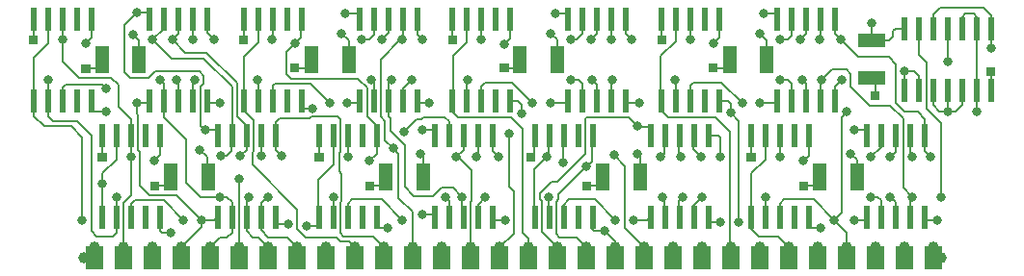
<source format=gbr>
%FSLAX34Y34*%
%MOMM*%
%LNCOPPER_TOP*%
G71*
G01*
%ADD10R,0.600X2.000*%
%ADD11R,1.600X2.000*%
%ADD12C,1.000*%
%ADD13C,0.800*%
%ADD14C,0.200*%
%ADD15R,1.200X2.400*%
%ADD16R,2.400X1.200*%
%ADD17C,0.150*%
%LPD*%
X793353Y906072D02*
G54D10*
D03*
X806053Y906072D02*
G54D10*
D03*
X818753Y906072D02*
G54D10*
D03*
X831453Y906072D02*
G54D10*
D03*
X844153Y906072D02*
G54D10*
D03*
X856853Y906072D02*
G54D10*
D03*
X869553Y906072D02*
G54D10*
D03*
X869553Y960834D02*
G54D10*
D03*
X856853Y960834D02*
G54D10*
D03*
X844153Y960834D02*
G54D10*
D03*
X831453Y960834D02*
G54D10*
D03*
X818753Y960834D02*
G54D10*
D03*
X806053Y960834D02*
G54D10*
D03*
X793353Y960834D02*
G54D10*
D03*
X658416Y794775D02*
G54D10*
D03*
X671116Y794775D02*
G54D10*
D03*
X683816Y794775D02*
G54D10*
D03*
X696516Y794775D02*
G54D10*
D03*
X709216Y794775D02*
G54D10*
D03*
X760016Y794775D02*
G54D10*
D03*
X772716Y794775D02*
G54D10*
D03*
X785416Y794775D02*
G54D10*
D03*
X798116Y794775D02*
G54D10*
D03*
X810816Y794775D02*
G54D10*
D03*
X810816Y866775D02*
G54D10*
D03*
X798116Y866775D02*
G54D10*
D03*
X785416Y866775D02*
G54D10*
D03*
X772716Y866775D02*
G54D10*
D03*
X760016Y866775D02*
G54D10*
D03*
X709216Y866775D02*
G54D10*
D03*
X696516Y866775D02*
G54D10*
D03*
X683816Y866775D02*
G54D10*
D03*
X671116Y866775D02*
G54D10*
D03*
X658416Y866775D02*
G54D10*
D03*
X468709Y794775D02*
G54D10*
D03*
X481409Y794775D02*
G54D10*
D03*
X494109Y794775D02*
G54D10*
D03*
X506809Y794775D02*
G54D10*
D03*
X519509Y794775D02*
G54D10*
D03*
X570309Y794775D02*
G54D10*
D03*
X583009Y794775D02*
G54D10*
D03*
X595709Y794775D02*
G54D10*
D03*
X608409Y794775D02*
G54D10*
D03*
X621109Y794775D02*
G54D10*
D03*
X621109Y866775D02*
G54D10*
D03*
X608409Y866775D02*
G54D10*
D03*
X595709Y866775D02*
G54D10*
D03*
X583009Y866775D02*
G54D10*
D03*
X570309Y866775D02*
G54D10*
D03*
X519509Y866775D02*
G54D10*
D03*
X506809Y866775D02*
G54D10*
D03*
X494109Y866775D02*
G54D10*
D03*
X481409Y866775D02*
G54D10*
D03*
X468709Y866775D02*
G54D10*
D03*
X279003Y794775D02*
G54D10*
D03*
X291703Y794775D02*
G54D10*
D03*
X304403Y794775D02*
G54D10*
D03*
X317103Y794775D02*
G54D10*
D03*
X329803Y794775D02*
G54D10*
D03*
X380603Y794775D02*
G54D10*
D03*
X393303Y794775D02*
G54D10*
D03*
X406003Y794775D02*
G54D10*
D03*
X418703Y794775D02*
G54D10*
D03*
X431403Y794775D02*
G54D10*
D03*
X431403Y866775D02*
G54D10*
D03*
X418703Y866775D02*
G54D10*
D03*
X406003Y866775D02*
G54D10*
D03*
X393303Y866775D02*
G54D10*
D03*
X380603Y866775D02*
G54D10*
D03*
X329803Y866775D02*
G54D10*
D03*
X317103Y866775D02*
G54D10*
D03*
X304403Y866775D02*
G54D10*
D03*
X291703Y866775D02*
G54D10*
D03*
X279003Y866775D02*
G54D10*
D03*
X88503Y794775D02*
G54D10*
D03*
X101203Y794775D02*
G54D10*
D03*
X113903Y794775D02*
G54D10*
D03*
X126603Y794775D02*
G54D10*
D03*
X139303Y794775D02*
G54D10*
D03*
X190103Y794775D02*
G54D10*
D03*
X202803Y794775D02*
G54D10*
D03*
X215503Y794775D02*
G54D10*
D03*
X228203Y794775D02*
G54D10*
D03*
X240903Y794775D02*
G54D10*
D03*
X240903Y866775D02*
G54D10*
D03*
X228203Y866775D02*
G54D10*
D03*
X215503Y866775D02*
G54D10*
D03*
X202803Y866775D02*
G54D10*
D03*
X190103Y866775D02*
G54D10*
D03*
X139303Y866775D02*
G54D10*
D03*
X126603Y866775D02*
G54D10*
D03*
X113903Y866775D02*
G54D10*
D03*
X101203Y866775D02*
G54D10*
D03*
X88503Y866775D02*
G54D10*
D03*
X28972Y896772D02*
G54D10*
D03*
X41672Y896772D02*
G54D10*
D03*
X54372Y896772D02*
G54D10*
D03*
X67072Y896772D02*
G54D10*
D03*
X79772Y896772D02*
G54D10*
D03*
X130572Y896772D02*
G54D10*
D03*
X143272Y896772D02*
G54D10*
D03*
X155972Y896772D02*
G54D10*
D03*
X168672Y896772D02*
G54D10*
D03*
X181372Y896772D02*
G54D10*
D03*
X181372Y968772D02*
G54D10*
D03*
X168672Y968772D02*
G54D10*
D03*
X155972Y968772D02*
G54D10*
D03*
X143272Y968772D02*
G54D10*
D03*
X130572Y968772D02*
G54D10*
D03*
X79772Y968772D02*
G54D10*
D03*
X67072Y968772D02*
G54D10*
D03*
X54372Y968772D02*
G54D10*
D03*
X41672Y968772D02*
G54D10*
D03*
X28972Y968772D02*
G54D10*
D03*
X213122Y896772D02*
G54D10*
D03*
X225822Y896772D02*
G54D10*
D03*
X238522Y896772D02*
G54D10*
D03*
X251222Y896772D02*
G54D10*
D03*
X263922Y896772D02*
G54D10*
D03*
X314722Y896772D02*
G54D10*
D03*
X327422Y896772D02*
G54D10*
D03*
X340122Y896772D02*
G54D10*
D03*
X352822Y896772D02*
G54D10*
D03*
X365522Y896772D02*
G54D10*
D03*
X365522Y968772D02*
G54D10*
D03*
X352822Y968772D02*
G54D10*
D03*
X340122Y968772D02*
G54D10*
D03*
X327422Y968772D02*
G54D10*
D03*
X314722Y968772D02*
G54D10*
D03*
X263922Y968772D02*
G54D10*
D03*
X251222Y968772D02*
G54D10*
D03*
X238522Y968772D02*
G54D10*
D03*
X225822Y968772D02*
G54D10*
D03*
X213122Y968772D02*
G54D10*
D03*
X396081Y897169D02*
G54D10*
D03*
X408781Y897169D02*
G54D10*
D03*
X421481Y897169D02*
G54D10*
D03*
X434181Y897169D02*
G54D10*
D03*
X446881Y897169D02*
G54D10*
D03*
X497681Y897169D02*
G54D10*
D03*
X510381Y897169D02*
G54D10*
D03*
X523081Y897169D02*
G54D10*
D03*
X535781Y897169D02*
G54D10*
D03*
X548481Y897169D02*
G54D10*
D03*
X548481Y969169D02*
G54D10*
D03*
X535781Y969169D02*
G54D10*
D03*
X523081Y969169D02*
G54D10*
D03*
X510381Y969169D02*
G54D10*
D03*
X497681Y969169D02*
G54D10*
D03*
X446881Y969169D02*
G54D10*
D03*
X434181Y969169D02*
G54D10*
D03*
X421481Y969169D02*
G54D10*
D03*
X408781Y969169D02*
G54D10*
D03*
X396081Y969169D02*
G54D10*
D03*
X580231Y897169D02*
G54D10*
D03*
X592931Y897169D02*
G54D10*
D03*
X605631Y897169D02*
G54D10*
D03*
X618331Y897169D02*
G54D10*
D03*
X631031Y897169D02*
G54D10*
D03*
X681831Y897169D02*
G54D10*
D03*
X694531Y897169D02*
G54D10*
D03*
X707231Y897169D02*
G54D10*
D03*
X719931Y897169D02*
G54D10*
D03*
X732631Y897169D02*
G54D10*
D03*
X732631Y969169D02*
G54D10*
D03*
X719931Y969169D02*
G54D10*
D03*
X707231Y969169D02*
G54D10*
D03*
X694531Y969169D02*
G54D10*
D03*
X681831Y969169D02*
G54D10*
D03*
X631031Y969169D02*
G54D10*
D03*
X618331Y969169D02*
G54D10*
D03*
X605631Y969169D02*
G54D10*
D03*
X592931Y969169D02*
G54D10*
D03*
X580231Y969169D02*
G54D10*
D03*
X107553Y758825D02*
G54D11*
D03*
X107553Y768350D02*
G54D12*
D03*
X82153Y758825D02*
G54D11*
D03*
X82153Y768350D02*
G54D12*
D03*
X132953Y758825D02*
G54D11*
D03*
X132953Y768350D02*
G54D12*
D03*
X158353Y758825D02*
G54D11*
D03*
X158353Y768350D02*
G54D12*
D03*
X183753Y758825D02*
G54D11*
D03*
X183753Y768350D02*
G54D12*
D03*
X209153Y758825D02*
G54D11*
D03*
X209153Y768350D02*
G54D12*
D03*
X234553Y758825D02*
G54D11*
D03*
X234553Y768350D02*
G54D12*
D03*
X259953Y758825D02*
G54D11*
D03*
X259953Y768350D02*
G54D12*
D03*
X310753Y758825D02*
G54D11*
D03*
X310753Y768350D02*
G54D12*
D03*
X285353Y758825D02*
G54D11*
D03*
X285353Y768350D02*
G54D12*
D03*
X336153Y758825D02*
G54D11*
D03*
X336153Y768350D02*
G54D12*
D03*
X361553Y758825D02*
G54D11*
D03*
X361553Y768350D02*
G54D12*
D03*
X386953Y758825D02*
G54D11*
D03*
X386953Y768350D02*
G54D12*
D03*
X412353Y758825D02*
G54D11*
D03*
X412353Y768350D02*
G54D12*
D03*
X437753Y758825D02*
G54D11*
D03*
X437753Y768350D02*
G54D12*
D03*
X463153Y758825D02*
G54D11*
D03*
X463153Y768350D02*
G54D12*
D03*
X488553Y758825D02*
G54D11*
D03*
X488553Y768350D02*
G54D12*
D03*
X513953Y758825D02*
G54D11*
D03*
X513953Y768350D02*
G54D12*
D03*
X539353Y758825D02*
G54D11*
D03*
X539353Y768350D02*
G54D12*
D03*
X564753Y758825D02*
G54D11*
D03*
X564753Y768350D02*
G54D12*
D03*
X590153Y758825D02*
G54D11*
D03*
X590153Y768350D02*
G54D12*
D03*
X615553Y758825D02*
G54D11*
D03*
X615553Y768350D02*
G54D12*
D03*
X640953Y758825D02*
G54D11*
D03*
X640953Y768350D02*
G54D12*
D03*
X691753Y758825D02*
G54D11*
D03*
X691753Y768350D02*
G54D12*
D03*
X666353Y758825D02*
G54D11*
D03*
X666353Y768350D02*
G54D12*
D03*
X717153Y758825D02*
G54D11*
D03*
X717153Y768350D02*
G54D12*
D03*
X742553Y758825D02*
G54D11*
D03*
X742553Y768350D02*
G54D12*
D03*
X767953Y758825D02*
G54D11*
D03*
X767953Y768350D02*
G54D12*
D03*
X793353Y758825D02*
G54D11*
D03*
X793353Y768350D02*
G54D12*
D03*
X818753Y758825D02*
G54D11*
D03*
X818753Y768350D02*
G54D12*
D03*
X72628Y758825D02*
G54D12*
D03*
X825103Y758825D02*
G54D12*
D03*
X310753Y768350D02*
G54D12*
D03*
X285353Y768350D02*
G54D12*
D03*
X336153Y768350D02*
G54D12*
D03*
X361553Y768350D02*
G54D12*
D03*
X386953Y768350D02*
G54D12*
D03*
X412353Y768350D02*
G54D12*
D03*
X437753Y768350D02*
G54D12*
D03*
X463153Y768350D02*
G54D12*
D03*
X488553Y768350D02*
G54D12*
D03*
X513953Y768350D02*
G54D12*
D03*
X539353Y768350D02*
G54D12*
D03*
X564753Y768350D02*
G54D12*
D03*
X590153Y768350D02*
G54D12*
D03*
X615553Y768350D02*
G54D12*
D03*
X640953Y768350D02*
G54D12*
D03*
X691753Y768350D02*
G54D12*
D03*
X666353Y768350D02*
G54D12*
D03*
X717153Y768350D02*
G54D12*
D03*
X742553Y768350D02*
G54D12*
D03*
X767953Y768350D02*
G54D12*
D03*
X793353Y768350D02*
G54D12*
D03*
X818753Y768350D02*
G54D12*
D03*
X825103Y758825D02*
G54D12*
D03*
X53975Y950912D02*
G54D13*
D03*
G36*
X24575Y954912D02*
X32575Y954912D01*
X32575Y946912D01*
X24575Y946912D01*
X24575Y954912D01*
G37*
X41275Y915988D02*
G54D13*
D03*
X74612Y947738D02*
G54D13*
D03*
G36*
X70612Y929512D02*
X78612Y929512D01*
X78612Y921512D01*
X70612Y921512D01*
X70612Y929512D01*
G37*
X92075Y908050D02*
G54D13*
D03*
X92075Y887412D02*
G54D13*
D03*
X119062Y974725D02*
G54D13*
D03*
X115887Y955675D02*
G54D13*
D03*
X133350Y950912D02*
G54D13*
D03*
X150812Y950912D02*
G54D13*
D03*
X168275Y950912D02*
G54D13*
D03*
X187325Y950912D02*
G54D13*
D03*
X169862Y915988D02*
G54D13*
D03*
X153988Y915988D02*
G54D13*
D03*
X139700Y915988D02*
G54D13*
D03*
X119062Y895350D02*
G54D13*
D03*
X179388Y871538D02*
G54D13*
D03*
X174625Y854075D02*
G54D13*
D03*
X134938Y844550D02*
G54D13*
D03*
X114300Y847725D02*
G54D13*
D03*
G36*
X84900Y851725D02*
X92900Y851725D01*
X92900Y843725D01*
X84900Y843725D01*
X84900Y851725D01*
G37*
X88900Y823912D02*
G54D13*
D03*
X101600Y812800D02*
G54D13*
D03*
G36*
X130937Y826325D02*
X138937Y826325D01*
X138937Y818325D01*
X130937Y818325D01*
X130937Y826325D01*
G37*
X149225Y781050D02*
G54D13*
D03*
X160338Y792162D02*
G54D13*
D03*
X176212Y792162D02*
G54D13*
D03*
X192088Y812800D02*
G54D13*
D03*
X217488Y812800D02*
G54D13*
D03*
X234950Y812800D02*
G54D13*
D03*
X209153Y828675D02*
G54D13*
D03*
X192881Y848519D02*
G54D13*
D03*
X210344Y848519D02*
G54D13*
D03*
X228600Y848519D02*
G54D13*
D03*
X246062Y848519D02*
G54D13*
D03*
X225425Y915988D02*
G54D13*
D03*
X273844Y890588D02*
G54D13*
D03*
X288925Y895350D02*
G54D13*
D03*
X304006Y895350D02*
G54D13*
D03*
G36*
X208725Y954912D02*
X216725Y954912D01*
X216725Y946912D01*
X208725Y946912D01*
X208725Y954912D01*
G37*
X238125Y950912D02*
G54D13*
D03*
X257969Y947738D02*
G54D13*
D03*
G36*
X253969Y930306D02*
X261969Y930306D01*
X261969Y922306D01*
X253969Y922306D01*
X253969Y930306D01*
G37*
X302419Y973931D02*
G54D13*
D03*
X299244Y956469D02*
G54D13*
D03*
X316706Y950912D02*
G54D13*
D03*
X334169Y950912D02*
G54D13*
D03*
X352425Y950912D02*
G54D13*
D03*
X369888Y950912D02*
G54D13*
D03*
G36*
X392875Y954912D02*
X400875Y954912D01*
X400875Y946912D01*
X392875Y946912D01*
X392875Y954912D01*
G37*
X421481Y950912D02*
G54D13*
D03*
X442119Y946944D02*
G54D13*
D03*
G36*
X438119Y930306D02*
X446119Y930306D01*
X446119Y922306D01*
X438119Y922306D01*
X438119Y930306D01*
G37*
X500062Y950912D02*
G54D13*
D03*
X518319Y950912D02*
G54D13*
D03*
X535781Y950912D02*
G54D13*
D03*
X554038Y950912D02*
G54D13*
D03*
X486569Y973931D02*
G54D13*
D03*
X482600Y956469D02*
G54D13*
D03*
G36*
X576231Y954912D02*
X584231Y954912D01*
X584231Y946912D01*
X576231Y946912D01*
X576231Y954912D01*
G37*
X605631Y950912D02*
G54D13*
D03*
X625475Y947738D02*
G54D13*
D03*
G36*
X621475Y930306D02*
X629475Y930306D01*
X629475Y922306D01*
X621475Y922306D01*
X621475Y930306D01*
G37*
X684212Y950912D02*
G54D13*
D03*
X701675Y950912D02*
G54D13*
D03*
X719138Y950912D02*
G54D13*
D03*
X737394Y950912D02*
G54D13*
D03*
X669925Y973931D02*
G54D13*
D03*
X665956Y956469D02*
G54D13*
D03*
X764381Y965994D02*
G54D13*
D03*
G36*
X763556Y905700D02*
X771556Y905700D01*
X771556Y897700D01*
X763556Y897700D01*
X763556Y905700D01*
G37*
X831056Y931862D02*
G54D13*
D03*
X831850Y888206D02*
G54D13*
D03*
X856456Y888206D02*
G54D13*
D03*
X869156Y943769D02*
G54D13*
D03*
G36*
X865156Y927131D02*
X873156Y927131D01*
X873156Y919131D01*
X865156Y919131D01*
X865156Y927131D01*
G37*
X792956Y923131D02*
G54D13*
D03*
X738187Y915987D02*
G54D13*
D03*
X720725Y915988D02*
G54D13*
D03*
X703262Y915988D02*
G54D13*
D03*
X684212Y915988D02*
G54D13*
D03*
X592138Y915988D02*
G54D13*
D03*
X536575Y915988D02*
G54D13*
D03*
X519112Y915988D02*
G54D13*
D03*
X500062Y915988D02*
G54D13*
D03*
X409575Y915988D02*
G54D13*
D03*
X360362Y915988D02*
G54D13*
D03*
X342900Y915988D02*
G54D13*
D03*
X325438Y915988D02*
G54D13*
D03*
X666750Y895350D02*
G54D13*
D03*
X650875Y895350D02*
G54D13*
D03*
X482600Y895350D02*
G54D13*
D03*
X466725Y895350D02*
G54D13*
D03*
X457200Y885825D02*
G54D13*
D03*
X640556Y886619D02*
G54D13*
D03*
X742950Y887412D02*
G54D13*
D03*
X558800Y874712D02*
G54D13*
D03*
X579438Y847725D02*
G54D13*
D03*
X596900Y847725D02*
G54D13*
D03*
X614362Y847725D02*
G54D13*
D03*
X479425Y847725D02*
G54D13*
D03*
G36*
X461137Y851725D02*
X469137Y851725D01*
X469137Y843725D01*
X461137Y843725D01*
X461137Y851725D01*
G37*
X493712Y842962D02*
G54D13*
D03*
X538162Y849312D02*
G54D13*
D03*
X558800Y850900D02*
G54D13*
D03*
X514350Y839788D02*
G54D13*
D03*
G36*
X510350Y826325D02*
X518350Y826325D01*
X518350Y818325D01*
X510350Y818325D01*
X510350Y826325D01*
G37*
X631825Y847725D02*
G54D13*
D03*
G36*
X654812Y851725D02*
X662812Y851725D01*
X662812Y843725D01*
X654812Y843725D01*
X654812Y851725D01*
G37*
X684212Y847725D02*
G54D13*
D03*
X763588Y847725D02*
G54D13*
D03*
X781050Y847725D02*
G54D13*
D03*
X800100Y847725D02*
G54D13*
D03*
X815975Y847725D02*
G54D13*
D03*
X800100Y812800D02*
G54D13*
D03*
X781050Y812800D02*
G54D13*
D03*
X763588Y812800D02*
G54D13*
D03*
X749300Y871538D02*
G54D13*
D03*
X746125Y850900D02*
G54D13*
D03*
X704850Y844550D02*
G54D13*
D03*
G36*
X700850Y826325D02*
X708850Y826325D01*
X708850Y818325D01*
X700850Y818325D01*
X700850Y826325D01*
G37*
X825500Y812800D02*
G54D13*
D03*
X822325Y792162D02*
G54D13*
D03*
X749300Y792162D02*
G54D13*
D03*
X731838Y792162D02*
G54D13*
D03*
X719931Y785019D02*
G54D13*
D03*
X671512Y812800D02*
G54D13*
D03*
X647700Y790575D02*
G54D13*
D03*
X631825Y790575D02*
G54D13*
D03*
X615950Y812800D02*
G54D13*
D03*
X598488Y812800D02*
G54D13*
D03*
X581025Y812800D02*
G54D13*
D03*
X481012Y812800D02*
G54D13*
D03*
X555625Y792162D02*
G54D13*
D03*
X539750Y792162D02*
G54D13*
D03*
X530225Y782638D02*
G54D13*
D03*
X446088Y868362D02*
G54D13*
D03*
X442912Y792162D02*
G54D13*
D03*
X425450Y812800D02*
G54D13*
D03*
X404812Y812800D02*
G54D13*
D03*
X390525Y812800D02*
G54D13*
D03*
X292100Y812800D02*
G54D13*
D03*
G36*
X275400Y851725D02*
X283400Y851725D01*
X283400Y843725D01*
X275400Y843725D01*
X275400Y851725D01*
G37*
X304800Y847725D02*
G54D13*
D03*
X323850Y844550D02*
G54D13*
D03*
G36*
X319850Y826325D02*
X327850Y826325D01*
X327850Y818325D01*
X319850Y818325D01*
X319850Y826325D01*
G37*
X344488Y855662D02*
G54D13*
D03*
X354012Y869950D02*
G54D13*
D03*
X369888Y871538D02*
G54D13*
D03*
X368300Y850900D02*
G54D13*
D03*
X339725Y785019D02*
G54D13*
D03*
X352425Y792162D02*
G54D13*
D03*
X369888Y796925D02*
G54D13*
D03*
X400050Y847725D02*
G54D13*
D03*
X417512Y847725D02*
G54D13*
D03*
X436562Y847725D02*
G54D13*
D03*
X376237Y895350D02*
G54D13*
D03*
X192087Y895350D02*
G54D13*
D03*
X252412Y788988D02*
G54D13*
D03*
X268288Y787400D02*
G54D13*
D03*
X560387Y895350D02*
G54D13*
D03*
X71438Y792162D02*
G54D13*
D03*
G54D14*
X28575Y950912D02*
X28575Y968375D01*
X28972Y968772D01*
G54D14*
X53975Y950912D02*
X53975Y968375D01*
X54372Y968772D01*
G54D14*
X79772Y968772D02*
X79772Y952897D01*
X74612Y947738D01*
X88900Y933450D02*
G54D15*
D03*
X121444Y933450D02*
G54D15*
D03*
X273050Y933450D02*
G54D15*
D03*
X305594Y933450D02*
G54D15*
D03*
X455612Y933450D02*
G54D15*
D03*
X488156Y933450D02*
G54D15*
D03*
X639762Y933450D02*
G54D15*
D03*
X672306Y933450D02*
G54D15*
D03*
X719138Y830262D02*
G54D15*
D03*
X751681Y830262D02*
G54D15*
D03*
X528638Y830262D02*
G54D15*
D03*
X561181Y830262D02*
G54D15*
D03*
X338138Y830262D02*
G54D15*
D03*
X370681Y830262D02*
G54D15*
D03*
X149225Y830262D02*
G54D15*
D03*
X181769Y830262D02*
G54D15*
D03*
X764381Y950119D02*
G54D16*
D03*
X764381Y917575D02*
G54D16*
D03*
G54D14*
X88900Y847725D02*
X88900Y866378D01*
X88503Y866775D01*
G54D14*
X41672Y968772D02*
X41672Y948134D01*
X28575Y935038D01*
X28575Y897169D01*
X28972Y896772D01*
X28972Y883841D01*
X38100Y874712D01*
X61912Y874712D01*
X71438Y865188D01*
X71438Y792162D01*
G54D14*
X41275Y915988D02*
X41275Y897169D01*
X41672Y896772D01*
X41672Y883841D01*
X46038Y879475D01*
X66675Y879475D01*
X79375Y866775D01*
X79375Y782638D01*
X84138Y777875D01*
X98425Y777875D01*
X101600Y781050D01*
X101600Y794378D01*
X101203Y794775D01*
G54D14*
X149225Y781050D02*
X141288Y781050D01*
X139700Y782638D01*
X139700Y794378D01*
X139303Y794775D01*
G54D14*
X101600Y812800D02*
X101600Y795172D01*
X101203Y794775D01*
G54D14*
X101203Y866775D02*
X101203Y845741D01*
X88900Y833438D01*
X88900Y823912D01*
X88900Y795172D01*
X88503Y794775D01*
G54D14*
X160338Y792162D02*
X142875Y809625D01*
X117475Y809625D01*
X114300Y806450D01*
X114300Y795172D01*
X113903Y794775D01*
G54D14*
X107553Y768350D02*
X107553Y807641D01*
X114300Y814388D01*
X114300Y847725D01*
X114300Y866378D01*
X113903Y866775D01*
X113903Y881459D01*
X103188Y892175D01*
X103188Y911225D01*
X96838Y917575D01*
X68262Y917575D01*
X53975Y931862D01*
X53975Y950912D01*
G54D14*
X134938Y844550D02*
X139700Y849312D01*
X139700Y866378D01*
X139303Y866775D01*
G54D14*
X174625Y854075D02*
X180975Y847725D01*
X180975Y831056D01*
X181769Y830262D01*
G54D14*
X119062Y895350D02*
X129150Y895350D01*
X130572Y896772D01*
G54D14*
X119062Y895350D02*
X119062Y885825D01*
X120650Y884238D01*
X120650Y854075D01*
X122238Y852488D01*
X122238Y822325D01*
X130175Y814388D01*
X153988Y814388D01*
X176212Y792162D01*
X187491Y792162D01*
X190103Y794775D01*
G54D14*
X176212Y792162D02*
X176212Y786209D01*
X158353Y768350D01*
G54D14*
X209153Y768350D02*
X209153Y828675D01*
G54D14*
X139700Y915988D02*
X143272Y912416D01*
X143272Y896772D01*
X143272Y882650D01*
X162322Y863600D01*
X162322Y825500D01*
X175022Y812800D01*
X192088Y812800D01*
X198438Y812800D01*
X202803Y808434D01*
X202803Y794775D01*
X202803Y781447D01*
X198041Y776684D01*
X192088Y776684D01*
X183753Y768350D01*
G54D14*
X217488Y812800D02*
X217488Y810022D01*
X215503Y808038D01*
X215503Y794775D01*
X215503Y782638D01*
X221059Y777081D01*
X225822Y777081D01*
X234553Y768350D01*
G54D14*
X234950Y812800D02*
X233759Y812800D01*
X228600Y807641D01*
X228600Y795172D01*
X228203Y794775D01*
X228203Y783431D01*
X234553Y777081D01*
X251222Y777081D01*
X259953Y768350D01*
G54D14*
X252412Y788988D02*
X240903Y788988D01*
X240903Y794775D01*
G54D14*
X228600Y848519D02*
X228600Y866378D01*
X228203Y866775D01*
G54D14*
X192881Y848519D02*
X198041Y848519D01*
X202406Y852884D01*
X202406Y866378D01*
X202803Y866775D01*
X202803Y909638D01*
X178197Y934244D01*
X150019Y934244D01*
X133350Y950912D01*
X142875Y960438D01*
X142875Y968375D01*
X143272Y968772D01*
G54D14*
X155972Y968772D02*
X155972Y956072D01*
X150812Y950912D01*
G54D14*
X150812Y950912D02*
X161925Y939800D01*
X180181Y939800D01*
X207169Y912812D01*
X207169Y883841D01*
X215503Y875506D01*
X215503Y866775D01*
X215503Y853678D01*
X210344Y848519D01*
G54D14*
X121444Y933450D02*
X121444Y950119D01*
X115888Y955675D01*
G54D14*
X119062Y974725D02*
X130572Y974725D01*
X130572Y968772D01*
G54D14*
X119062Y974725D02*
X108347Y964009D01*
X108347Y922338D01*
X113506Y917178D01*
X129381Y917178D01*
X135334Y923131D01*
X174625Y923131D01*
X178197Y919559D01*
X178197Y912416D01*
X175419Y909638D01*
X175419Y875506D01*
X179388Y871538D01*
G54D14*
X155972Y896772D02*
X155972Y914003D01*
X153988Y915988D01*
G54D14*
X168672Y896772D02*
X168672Y914797D01*
X169862Y915988D01*
G54D14*
X54372Y896772D02*
X54372Y909241D01*
X56753Y911622D01*
X88503Y911622D01*
X92075Y908050D01*
G54D14*
X92075Y887412D02*
X79772Y887412D01*
X79772Y896772D01*
G54D14*
X181372Y968772D02*
X181372Y956866D01*
X187325Y950912D01*
G54D14*
X168672Y968772D02*
X168672Y951309D01*
X168275Y950912D01*
G54D14*
X213122Y968772D02*
X213122Y951309D01*
X212725Y950912D01*
G54D14*
X238522Y968772D02*
X238522Y951309D01*
X238125Y950912D01*
G54D14*
X225822Y968772D02*
X225822Y948928D01*
X213122Y936228D01*
X213122Y896772D01*
X213122Y889000D01*
X221853Y880269D01*
X221853Y852884D01*
X220662Y851694D01*
X220662Y840978D01*
X260350Y801291D01*
X260350Y784622D01*
X267891Y777081D01*
X294481Y777081D01*
X298450Y773112D01*
X305991Y773112D01*
X310753Y768350D01*
G54D14*
X279003Y866775D02*
X279003Y848122D01*
X279400Y847725D01*
G54D14*
X304403Y866775D02*
X304403Y848122D01*
X304800Y847725D01*
G54D14*
X329803Y866775D02*
X329803Y850503D01*
X323850Y844550D01*
G54D14*
X225822Y896772D02*
X225822Y915591D01*
X225425Y915988D01*
G54D14*
X327422Y896772D02*
X327422Y914003D01*
X325438Y915988D01*
G54D14*
X340122Y896772D02*
X340122Y913209D01*
X342900Y915988D01*
G54D14*
X304006Y895350D02*
X313300Y895350D01*
X314722Y896772D01*
G54D14*
X273844Y890588D02*
X264716Y890588D01*
X264716Y895978D01*
X263922Y896772D01*
G54D14*
X238522Y896772D02*
X238522Y910431D01*
X240506Y912416D01*
X271859Y912416D01*
X288925Y895350D01*
G54D14*
X257969Y926306D02*
X272256Y926306D01*
X272256Y932656D01*
X273050Y933450D01*
G54D14*
X305594Y933450D02*
X305594Y950119D01*
X299244Y956469D01*
G54D14*
X327422Y968772D02*
X327422Y955278D01*
X323056Y950912D01*
X316706Y950912D01*
G54D14*
X340122Y968772D02*
X340122Y956866D01*
X334169Y950912D01*
G54D14*
X352822Y968772D02*
X352822Y951309D01*
X352425Y950912D01*
X350838Y950912D01*
X333375Y933450D01*
X333375Y883444D01*
X337344Y879475D01*
X337344Y862806D01*
X344488Y855662D01*
G54D14*
X329803Y866775D02*
X329803Y875109D01*
X321469Y883444D01*
X321469Y908844D01*
X313531Y916781D01*
X254794Y916781D01*
X250825Y920750D01*
X250825Y940594D01*
X257969Y947738D01*
X263525Y953294D01*
X263525Y968375D01*
X263922Y968772D01*
G54D14*
X365522Y968772D02*
X365522Y955278D01*
X369888Y950912D01*
G54D14*
X302419Y973931D02*
X314325Y973931D01*
X314325Y969169D01*
X314722Y968772D01*
G54D14*
X352822Y896772D02*
X352822Y908447D01*
X360362Y915988D01*
G54D14*
X376238Y895350D02*
X366944Y895350D01*
X365522Y896772D01*
G54D14*
X340122Y896772D02*
X340122Y883841D01*
X342106Y881856D01*
X342106Y870744D01*
X354806Y858044D01*
X354806Y821531D01*
X362744Y813594D01*
X379412Y813594D01*
X386556Y820738D01*
X396875Y820738D01*
X404812Y812800D01*
X404812Y795966D01*
X406003Y794775D01*
G54D14*
X393303Y794775D02*
X393303Y810022D01*
X390525Y812800D01*
G54D14*
X418703Y794775D02*
X418703Y806053D01*
X425450Y812800D01*
G54D14*
X418703Y866775D02*
X418703Y848916D01*
X417512Y847725D01*
G54D14*
X431403Y866775D02*
X431403Y852884D01*
X436562Y847725D01*
G54D14*
X406003Y866775D02*
X406003Y853678D01*
X400050Y847725D01*
X401638Y847725D01*
X413544Y835819D01*
X413544Y808831D01*
X412750Y808038D01*
X412750Y768747D01*
X412353Y768350D01*
G54D14*
X369888Y796925D02*
X378453Y796925D01*
X380603Y794775D01*
G54D14*
X339725Y785019D02*
X330200Y785019D01*
X330200Y794378D01*
X329803Y794775D01*
G54D14*
X304403Y794775D02*
X304403Y806847D01*
X307975Y810419D01*
X334169Y810419D01*
X352425Y792162D01*
G54D14*
X291703Y794775D02*
X291703Y812403D01*
X292100Y812800D01*
G54D14*
X291703Y866775D02*
X291703Y840978D01*
X278606Y827881D01*
X278606Y795172D01*
X279003Y794775D01*
G54D14*
X240903Y866775D02*
X240903Y853678D01*
X246062Y848519D01*
G54D14*
X240903Y866775D02*
X240903Y878284D01*
X244475Y881856D01*
X270669Y881856D01*
X272256Y883444D01*
X295275Y883444D01*
X297656Y881062D01*
X297656Y852488D01*
X296862Y851694D01*
X296862Y835025D01*
X299244Y832644D01*
X299244Y808831D01*
X297656Y807244D01*
X297656Y781050D01*
X300831Y777875D01*
X326628Y777875D01*
X336153Y768350D01*
G54D14*
X344488Y855662D02*
X349250Y850900D01*
X349250Y812006D01*
X361156Y800100D01*
X361156Y768747D01*
X361553Y768350D01*
G54D14*
X370681Y830262D02*
X370681Y848519D01*
X368300Y850900D01*
G54D14*
X369888Y871538D02*
X381000Y871538D01*
X381000Y867172D01*
X380603Y866775D01*
G54D14*
X393303Y866775D02*
X393303Y879078D01*
X389731Y882650D01*
X370681Y882650D01*
X369094Y881062D01*
X365125Y881062D01*
X354012Y869950D01*
G54D14*
X446088Y868362D02*
X446088Y821531D01*
X450056Y817562D01*
X450056Y780653D01*
X437753Y768350D01*
G54D14*
X442912Y792162D02*
X434016Y792162D01*
X431403Y794775D01*
G54D14*
X447278Y896772D02*
X454191Y896772D01*
X457200Y893762D01*
X457200Y885825D01*
G54D14*
X482600Y895350D02*
X496656Y895350D01*
X498078Y896772D01*
G54D14*
X523478Y896772D02*
X523478Y911622D01*
X519112Y915988D01*
G54D14*
X536178Y896772D02*
X536178Y915591D01*
X536575Y915988D01*
G54D14*
X421878Y896772D02*
X421878Y910034D01*
X425450Y913606D01*
X448469Y913606D01*
X466725Y895350D01*
G54D14*
X409178Y896772D02*
X409178Y915591D01*
X409575Y915988D01*
G54D14*
X396478Y968772D02*
X396478Y951309D01*
X396875Y950912D01*
G54D14*
X421878Y968772D02*
X421878Y951309D01*
X421481Y950912D01*
G54D14*
X447278Y968772D02*
X447278Y952103D01*
X442119Y946944D01*
G54D14*
X442119Y926306D02*
X455612Y926306D01*
X455612Y933450D01*
G54D14*
X488156Y933450D02*
X488156Y950912D01*
X482600Y956469D01*
G54D14*
X409178Y968772D02*
X409178Y948928D01*
X396875Y936625D01*
X396875Y897169D01*
X396478Y896772D01*
X396478Y887809D01*
X401638Y882650D01*
X447675Y882650D01*
X457200Y873125D01*
G54D14*
X467916Y866775D02*
X467916Y850503D01*
X465138Y847725D01*
G54D14*
X480616Y866775D02*
X480616Y848916D01*
X479425Y847725D01*
X468312Y836612D01*
X468312Y795172D01*
X467916Y794775D01*
G54D14*
X480616Y794775D02*
X480616Y812403D01*
X481012Y812800D01*
G54D14*
X493316Y866775D02*
X493316Y843359D01*
X493712Y842962D01*
G54D14*
X518716Y866775D02*
X518716Y844153D01*
X514350Y839788D01*
X489744Y815181D01*
X489744Y810419D01*
X487362Y808038D01*
X487362Y780256D01*
X490538Y777081D01*
X505222Y777081D01*
X513953Y768350D01*
G54D14*
X518716Y794775D02*
X518716Y784622D01*
X520700Y782638D01*
X530225Y782638D01*
G54D14*
X493316Y794775D02*
X493316Y805259D01*
X498475Y810419D01*
X521494Y810419D01*
X539750Y792162D01*
G54D14*
X539353Y768350D02*
X539353Y773509D01*
X530225Y782638D01*
G54D14*
X488553Y768350D02*
X488156Y768350D01*
X474662Y781844D01*
X474662Y809028D01*
X472916Y810775D01*
X472916Y815816D01*
X483394Y826294D01*
X488156Y826294D01*
X512762Y850900D01*
X512762Y881062D01*
X514350Y882650D01*
X550862Y882650D01*
X558800Y874712D01*
G54D14*
X569516Y866775D02*
X569516Y872728D01*
X568325Y873919D01*
X559594Y873919D01*
X558800Y874712D01*
G54D14*
X561181Y830262D02*
X561181Y848519D01*
X558800Y850900D01*
G54D14*
X514350Y822325D02*
X527050Y822325D01*
X527050Y828675D01*
X528638Y830262D01*
G54D14*
X510778Y968772D02*
X510778Y956072D01*
X505619Y950912D01*
X500062Y950912D01*
G54D14*
X523478Y968772D02*
X523478Y956072D01*
X518319Y950912D01*
G54D14*
X536178Y968772D02*
X536178Y951309D01*
X535781Y950912D01*
G54D14*
X548878Y968772D02*
X548878Y956072D01*
X554038Y950912D01*
G54D14*
X486569Y973931D02*
X497681Y973931D01*
X497681Y969169D01*
X498078Y968772D01*
G54D14*
X582216Y866775D02*
X582216Y850503D01*
X579438Y847725D01*
G54D14*
X594916Y866775D02*
X594916Y849709D01*
X596900Y847725D01*
G54D14*
X607616Y866775D02*
X607616Y854472D01*
X614362Y847725D01*
G54D14*
X538162Y849312D02*
X547688Y839788D01*
X547688Y785416D01*
X564753Y768350D01*
G54D14*
X555625Y792162D02*
X566903Y792162D01*
X569516Y794775D01*
G54D14*
X582216Y794775D02*
X582216Y811609D01*
X581025Y812800D01*
G54D14*
X594916Y794775D02*
X594916Y809228D01*
X598488Y812800D01*
G54D14*
X607616Y794775D02*
X607616Y804466D01*
X615950Y812800D01*
G54D14*
X631825Y790575D02*
X620712Y790575D01*
X620712Y794378D01*
X620316Y794775D01*
G54D14*
X630634Y968772D02*
X630634Y952897D01*
X625475Y947738D01*
G54D14*
X605234Y968772D02*
X605234Y951309D01*
X605631Y950912D01*
G54D14*
X579834Y968772D02*
X579834Y951309D01*
X580231Y950912D01*
G54D14*
X592534Y968772D02*
X592534Y949722D01*
X579438Y936625D01*
X579438Y897169D01*
X579834Y896772D01*
X579834Y888603D01*
X585788Y882650D01*
X627062Y882650D01*
X639762Y869950D01*
X639762Y769541D01*
X640953Y768350D01*
G54D14*
X658416Y866775D02*
X658416Y848122D01*
X658812Y847725D01*
G54D14*
X683816Y866775D02*
X683816Y848122D01*
X684212Y847725D01*
G54D14*
X709216Y866775D02*
X709216Y848916D01*
X704850Y844550D01*
G54D14*
X671116Y866775D02*
X671116Y845741D01*
X658812Y833438D01*
X658812Y795172D01*
X658416Y794775D01*
X658416Y784622D01*
X665162Y777875D01*
X682228Y777875D01*
X691753Y768350D01*
G54D14*
X719931Y785019D02*
X708819Y785019D01*
X708819Y794378D01*
X709216Y794775D01*
G54D14*
X742553Y768350D02*
X742553Y781447D01*
X731838Y792162D01*
G54D14*
X683816Y794775D02*
X683816Y806847D01*
X687388Y810419D01*
X713581Y810419D01*
X731838Y792162D01*
G54D14*
X749300Y792162D02*
X757403Y792162D01*
X760016Y794775D01*
G54D14*
X772716Y794775D02*
X772716Y810022D01*
X769938Y812800D01*
X763588Y812800D01*
G54D14*
X785416Y794775D02*
X785416Y808434D01*
X781050Y812800D01*
G54D14*
X772716Y866775D02*
X772716Y856853D01*
X763588Y847725D01*
G54D14*
X785416Y866775D02*
X785416Y852091D01*
X781050Y847725D01*
G54D14*
X798116Y866775D02*
X798116Y849709D01*
X800100Y847725D01*
G54D14*
X810816Y866775D02*
X810816Y852884D01*
X815975Y847725D01*
G54D14*
X605234Y896772D02*
X605234Y910828D01*
X608012Y913606D01*
X632619Y913606D01*
X650875Y895350D01*
G54D14*
X666750Y895350D02*
X680012Y895350D01*
X681434Y896772D01*
G54D14*
X694134Y896772D02*
X694134Y912416D01*
X690562Y915988D01*
X684212Y915988D01*
G54D14*
X706834Y896772D02*
X706834Y912416D01*
X703262Y915988D01*
G54D14*
X732234Y896772D02*
X732234Y910034D01*
X738188Y915988D01*
G54D14*
X719534Y896772D02*
X719534Y914797D01*
X720725Y915988D01*
X729456Y924719D01*
X742156Y924719D01*
X746125Y920750D01*
X746125Y909638D01*
X762794Y892969D01*
X781050Y892969D01*
X792162Y881856D01*
X792162Y820738D01*
X800100Y812800D01*
G54D14*
X749300Y871538D02*
X759619Y871538D01*
X759619Y867172D01*
X760016Y866775D01*
G54D14*
X810816Y866775D02*
X810816Y881459D01*
X804862Y887412D01*
X793750Y887412D01*
X785812Y895350D01*
X785812Y929481D01*
X779462Y935831D01*
X752475Y935831D01*
X737394Y950912D01*
G54D14*
X732234Y968772D02*
X732234Y956072D01*
X737394Y950912D01*
G54D14*
X719534Y968772D02*
X719534Y951309D01*
X719138Y950912D01*
G54D14*
X706834Y968772D02*
X706834Y956072D01*
X701675Y950912D01*
G54D14*
X694134Y968772D02*
X694134Y954484D01*
X690562Y950912D01*
X684212Y950912D01*
G54D14*
X672306Y933450D02*
X672306Y950119D01*
X665956Y956469D01*
G54D14*
X669925Y973931D02*
X681831Y973931D01*
X681831Y969169D01*
X681434Y968772D01*
G54D14*
X592534Y896772D02*
X592534Y915591D01*
X592138Y915988D01*
G54D14*
X630634Y896772D02*
X638341Y896772D01*
X640556Y894556D01*
X640556Y886619D01*
G54D14*
X647700Y790575D02*
X647700Y879475D01*
X640556Y886619D01*
G54D14*
X620316Y866775D02*
X630238Y866775D01*
X631825Y865188D01*
X631825Y847725D01*
G54D14*
X463153Y768350D02*
X463153Y775891D01*
X457994Y781050D01*
X457994Y872331D01*
X457200Y873125D01*
G54D14*
X510778Y896772D02*
X510778Y912416D01*
X507206Y915988D01*
X500062Y915988D01*
G54D14*
X560388Y895350D02*
X550300Y895350D01*
X548878Y896772D01*
G54D14*
X742950Y887412D02*
X738188Y882650D01*
X738188Y798512D01*
X731838Y792162D01*
G54D14*
X751681Y830262D02*
X751681Y845344D01*
X746125Y850900D01*
G54D14*
X798116Y794775D02*
X798116Y810816D01*
X800100Y812800D01*
G54D14*
X822325Y792162D02*
X813428Y792162D01*
X810816Y794775D01*
G54D14*
X793353Y906072D02*
X793353Y922734D01*
X792956Y923131D01*
G54D14*
X806053Y906072D02*
X806053Y918766D01*
X801688Y923131D01*
X792956Y923131D01*
G54D14*
X869553Y906072D02*
X869553Y922734D01*
X869156Y923131D01*
G54D14*
X869553Y960834D02*
X869553Y944166D01*
X869156Y943769D01*
G54D14*
X844153Y960834D02*
X844153Y971153D01*
X846931Y973931D01*
X854075Y973931D01*
G54D14*
X856853Y960834D02*
X856853Y971153D01*
X854075Y973931D01*
G54D14*
X856853Y960834D02*
X856853Y906072D01*
X856853Y888603D01*
X856456Y888206D01*
G54D14*
X831453Y906072D02*
X831453Y888603D01*
X831850Y888206D01*
G54D14*
X844153Y906072D02*
X844153Y894159D01*
X838200Y888206D01*
X831850Y888206D01*
G54D14*
X818753Y906072D02*
X818753Y893366D01*
X823912Y888206D01*
X831850Y888206D01*
G54D14*
X831453Y960834D02*
X831453Y932259D01*
X831056Y931862D01*
G54D14*
X764381Y965994D02*
X764381Y950119D01*
G54D14*
X806053Y960834D02*
X806053Y937419D01*
X812403Y931069D01*
X812403Y890191D01*
X825103Y877491D01*
X825103Y813197D01*
X825500Y812800D01*
G54D14*
X824706Y979091D02*
X862806Y979091D01*
G54D14*
X869553Y960834D02*
X869553Y972344D01*
X862806Y979091D01*
G54D14*
X818753Y960834D02*
X818753Y973138D01*
X824706Y979091D01*
G54D14*
X767556Y901700D02*
X767556Y914400D01*
X764381Y917575D01*
G54D14*
X764381Y950119D02*
X779859Y950119D01*
G54D14*
X793353Y960834D02*
X785416Y960834D01*
X783431Y958850D01*
X783431Y953691D01*
X779859Y950119D01*
G54D14*
X74612Y925512D02*
X88900Y925512D01*
X88900Y933450D01*
G54D14*
X192088Y895350D02*
X182794Y895350D01*
X181372Y896772D01*
G54D14*
X323850Y822325D02*
X337344Y822325D01*
X337344Y829469D01*
X338138Y830262D01*
G54D14*
X134937Y822325D02*
X148431Y822325D01*
X148431Y829469D01*
X149225Y830262D01*
G54D14*
X625475Y926306D02*
X639762Y926306D01*
X639762Y933450D01*
G54D14*
X704850Y822325D02*
X719138Y822325D01*
X719138Y830262D01*
G54D17*
X179388Y871538D02*
X189706Y871538D01*
X189706Y867172D01*
X190103Y866775D01*
G54D14*
X268288Y787400D02*
X279400Y787400D01*
X279400Y794378D01*
X279003Y794775D01*
G54D14*
X671116Y794775D02*
X671116Y812403D01*
X671512Y812800D01*
M02*

</source>
